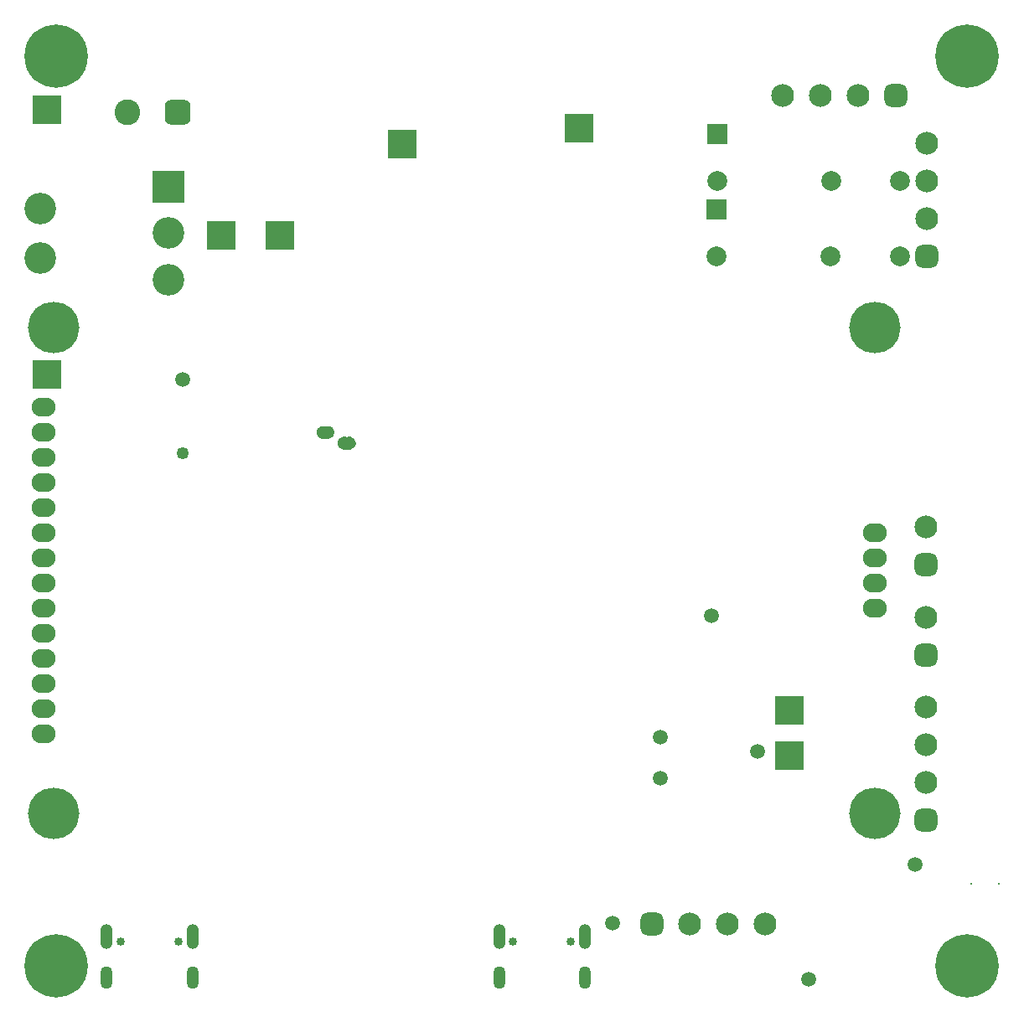
<source format=gbr>
G04*
G04 #@! TF.GenerationSoftware,Altium Limited,Altium Designer,24.10.1 (45)*
G04*
G04 Layer_Color=16711935*
%FSLAX25Y25*%
%MOIN*%
G70*
G04*
G04 #@! TF.SameCoordinates,F8DE0C88-6A82-4F8F-96BC-C1AF256D62EF*
G04*
G04*
G04 #@! TF.FilePolarity,Negative*
G04*
G01*
G75*
%ADD116R,0.11811X0.11811*%
%ADD126C,0.05906*%
%ADD127C,0.05918*%
%ADD128C,0.04934*%
%ADD129C,0.10249*%
G04:AMPARAMS|DCode=130|XSize=102.49mil|YSize=102.49mil|CornerRadius=27.62mil|HoleSize=0mil|Usage=FLASHONLY|Rotation=180.000|XOffset=0mil|YOffset=0mil|HoleType=Round|Shape=RoundedRectangle|*
%AMROUNDEDRECTD130*
21,1,0.10249,0.04724,0,0,180.0*
21,1,0.04724,0.10249,0,0,180.0*
1,1,0.05524,-0.02362,0.02362*
1,1,0.05524,0.02362,0.02362*
1,1,0.05524,0.02362,-0.02362*
1,1,0.05524,-0.02362,-0.02362*
%
%ADD130ROUNDEDRECTD130*%
%ADD131C,0.00800*%
%ADD132C,0.12611*%
%ADD133R,0.12611X0.12611*%
G04:AMPARAMS|DCode=134|XSize=90.68mil|YSize=90.68mil|CornerRadius=24.67mil|HoleSize=0mil|Usage=FLASHONLY|Rotation=90.000|XOffset=0mil|YOffset=0mil|HoleType=Round|Shape=RoundedRectangle|*
%AMROUNDEDRECTD134*
21,1,0.09068,0.04134,0,0,90.0*
21,1,0.04134,0.09068,0,0,90.0*
1,1,0.04934,0.02067,0.02067*
1,1,0.04934,0.02067,-0.02067*
1,1,0.04934,-0.02067,-0.02067*
1,1,0.04934,-0.02067,0.02067*
%
%ADD134ROUNDEDRECTD134*%
%ADD135C,0.09068*%
G04:AMPARAMS|DCode=136|XSize=90.68mil|YSize=90.68mil|CornerRadius=24.67mil|HoleSize=0mil|Usage=FLASHONLY|Rotation=180.000|XOffset=0mil|YOffset=0mil|HoleType=Round|Shape=RoundedRectangle|*
%AMROUNDEDRECTD136*
21,1,0.09068,0.04134,0,0,180.0*
21,1,0.04134,0.09068,0,0,180.0*
1,1,0.04934,-0.02067,0.02067*
1,1,0.04934,0.02067,0.02067*
1,1,0.04934,0.02067,-0.02067*
1,1,0.04934,-0.02067,-0.02067*
%
%ADD136ROUNDEDRECTD136*%
%ADD137O,0.09461X0.07493*%
%ADD138C,0.20485*%
%ADD139C,0.07887*%
%ADD140R,0.07887X0.07887*%
%ADD141C,0.03359*%
%ADD142O,0.04934X0.09068*%
%ADD143O,0.04934X0.09855*%
%ADD144C,0.03950*%
%ADD145C,0.25197*%
%ADD147C,0.01000*%
%ADD173C,0.01000*%
%ADD174R,0.11811X0.11811*%
%ADD175C,0.02900*%
D116*
X11811Y356299D02*
D03*
X307200Y117600D02*
D03*
Y99528D02*
D03*
X11811Y251181D02*
D03*
D126*
X357400Y56200D02*
D03*
X256000Y90300D02*
D03*
X255900Y106800D02*
D03*
X236900Y32800D02*
D03*
X294800Y101000D02*
D03*
X276400Y155200D02*
D03*
X315000Y10300D02*
D03*
D127*
X66000Y249065D02*
D03*
D128*
Y219735D02*
D03*
D129*
X44000Y355552D02*
D03*
D130*
X64000D02*
D03*
D131*
X390527Y48500D02*
D03*
X379700D02*
D03*
D132*
X9316Y297521D02*
D03*
Y317206D02*
D03*
X60300Y288859D02*
D03*
Y307363D02*
D03*
D133*
Y325867D02*
D03*
D134*
X361614Y139606D02*
D03*
X361900Y298224D02*
D03*
X361600Y73900D02*
D03*
X361514Y175306D02*
D03*
D135*
X361614Y154606D02*
D03*
X361900Y313224D02*
D03*
Y328224D02*
D03*
Y343224D02*
D03*
X334646Y362205D02*
D03*
X319646D02*
D03*
X304646D02*
D03*
X267784Y32586D02*
D03*
X282784D02*
D03*
X297784D02*
D03*
X361600Y88900D02*
D03*
Y103900D02*
D03*
Y118900D02*
D03*
X361514Y190306D02*
D03*
D136*
X349646Y362205D02*
D03*
X252784Y32586D02*
D03*
D137*
X341427Y158061D02*
D03*
Y168061D02*
D03*
Y178061D02*
D03*
Y188061D02*
D03*
X10600Y108100D02*
D03*
Y118100D02*
D03*
Y128100D02*
D03*
Y138100D02*
D03*
Y148100D02*
D03*
Y158100D02*
D03*
Y168100D02*
D03*
Y178100D02*
D03*
Y188100D02*
D03*
Y198100D02*
D03*
Y208100D02*
D03*
Y218100D02*
D03*
Y228100D02*
D03*
Y238100D02*
D03*
D138*
X341427Y76565D02*
D03*
Y269635D02*
D03*
X14537D02*
D03*
Y76565D02*
D03*
D139*
X278565Y328224D02*
D03*
X323841D02*
D03*
X351400D02*
D03*
X278465Y298224D02*
D03*
X323741D02*
D03*
X351300D02*
D03*
D140*
X278565Y346728D02*
D03*
X278465Y316728D02*
D03*
D141*
X197474Y25488D02*
D03*
X220230D02*
D03*
X41422D02*
D03*
X64178D02*
D03*
D142*
X225880Y11000D02*
D03*
X191824D02*
D03*
X69828D02*
D03*
X35772D02*
D03*
D143*
X225880Y27457D02*
D03*
X191824D02*
D03*
X69828D02*
D03*
X35772D02*
D03*
D144*
X368504Y15748D02*
D03*
X384634Y22429D02*
D03*
X377953Y6299D02*
D03*
X387402Y15748D02*
D03*
X371271Y9067D02*
D03*
Y22429D02*
D03*
X384634Y9067D02*
D03*
X377953Y25197D02*
D03*
X368504Y377953D02*
D03*
X384634Y384634D02*
D03*
X377953Y368504D02*
D03*
X387402Y377953D02*
D03*
X371271Y371271D02*
D03*
Y384634D02*
D03*
X384634Y371271D02*
D03*
X377953Y387402D02*
D03*
X6299Y15748D02*
D03*
X22429Y22429D02*
D03*
X15748Y6299D02*
D03*
X25197Y15748D02*
D03*
X9067Y9067D02*
D03*
Y22429D02*
D03*
X22429Y9067D02*
D03*
X15748Y25197D02*
D03*
X6299Y377953D02*
D03*
X22429Y384634D02*
D03*
X15748Y368504D02*
D03*
X25197Y377953D02*
D03*
X9067Y371271D02*
D03*
Y384634D02*
D03*
X22429Y371271D02*
D03*
X15748Y387402D02*
D03*
D145*
X377953Y15748D02*
D03*
Y377953D02*
D03*
X15748Y15748D02*
D03*
Y377953D02*
D03*
D147*
X130000Y221900D02*
X132000D01*
X130100Y225900D02*
X132100D01*
X121500Y226200D02*
X123500D01*
X121600Y230200D02*
X123600D01*
D173*
X129300Y223900D02*
D03*
X132900D02*
D03*
X120800Y228200D02*
D03*
X124400D02*
D03*
D174*
X81200Y306400D02*
D03*
X104500Y306500D02*
D03*
X153200Y342800D02*
D03*
X223700Y349000D02*
D03*
D175*
X133200Y223900D02*
X132786Y224760D01*
X131855Y224972D01*
X131109Y224377D01*
Y223423D01*
X131855Y222828D01*
X132786Y223040D01*
X133200Y223900D01*
X131200D02*
X130786Y224760D01*
X129855Y224972D01*
X129109Y224377D01*
Y223423D01*
X129855Y222828D01*
X130786Y223040D01*
X131200Y223900D01*
X124700Y228200D02*
X124286Y229060D01*
X123355Y229272D01*
X122609Y228677D01*
Y227723D01*
X123355Y227128D01*
X124286Y227340D01*
X124700Y228200D01*
X122700D02*
X122286Y229060D01*
X121355Y229272D01*
X120609Y228677D01*
Y227723D01*
X121355Y227128D01*
X122286Y227340D01*
X122700Y228200D01*
M02*

</source>
